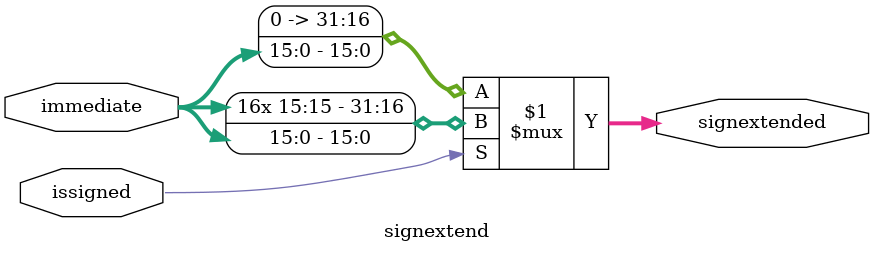
<source format=v>
module signextend
(
	output[31:0]  signextended, // Sign extended immediate
	input[15:0]   immediate,    // Value to be sign extended
  input         issigned      // High if actually extend the sign. Else, pad it with zeros
);

	assign signextended = issigned? {{16{immediate[15]}}, immediate[15:0]} : {16'h0000, immediate[15:0]};

endmodule

</source>
